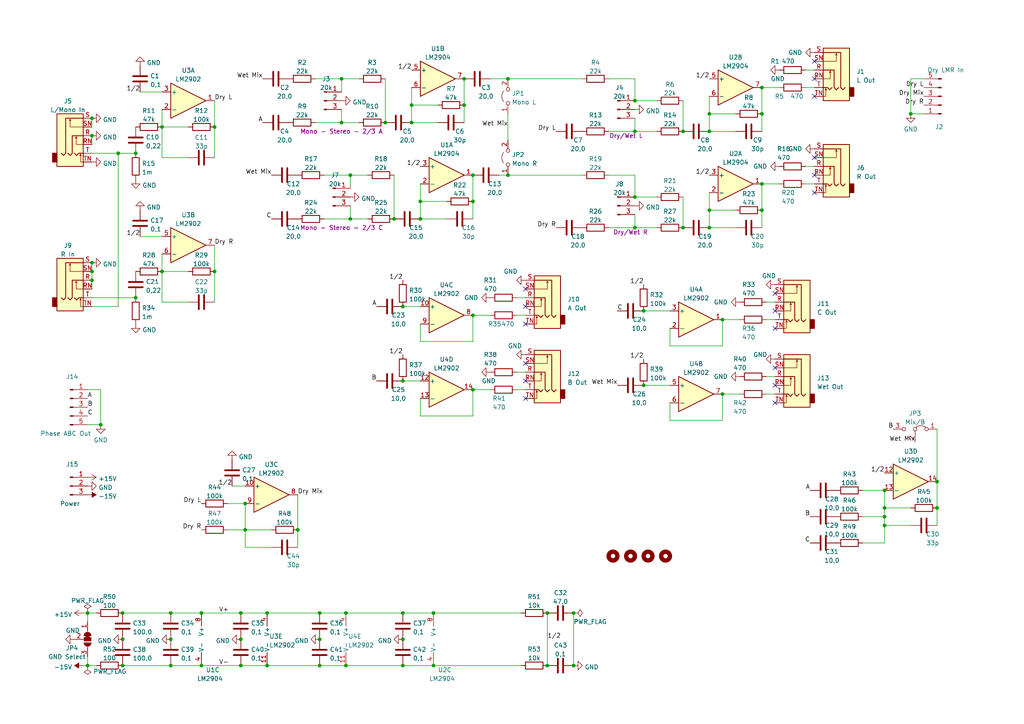
<source format=kicad_sch>
(kicad_sch (version 20211123) (generator eeschema)
  (paper "A4")
  (junction (at 116.84 185.42))
  (junction (at 116.84 193.04))
  (junction (at 26.67 78.74))
  (junction (at 184.15 38.1))
  (junction (at 99.06 35.56))
  (junction (at 35.56 177.8))
  (junction (at 137.16 50.8))
  (junction (at 49.53 193.04))
  (junction (at 264.16 33.02))
  (junction (at 158.75 177.8))
  (junction (at 92.71 193.04))
  (junction (at 69.85 185.42))
  (junction (at 205.74 66.04))
  (junction (at 184.15 57.15))
  (junction (at 271.78 139.7))
  (junction (at 46.99 78.74))
  (junction (at 198.12 66.04))
  (junction (at 77.47 193.04))
  (junction (at 111.76 35.56))
  (junction (at 26.67 76.2))
  (junction (at 69.85 193.04))
  (junction (at 25.4 177.8))
  (junction (at 39.37 44.45))
  (junction (at 166.37 193.04))
  (junction (at 121.92 58.42))
  (junction (at 205.74 33.02))
  (junction (at 116.84 88.9))
  (junction (at 205.74 60.96))
  (junction (at 137.16 91.44))
  (junction (at 100.33 193.04))
  (junction (at 34.29 44.45))
  (junction (at 271.78 147.32))
  (junction (at 49.53 185.42))
  (junction (at 58.42 177.8))
  (junction (at 71.12 146.05))
  (junction (at 25.4 193.04))
  (junction (at 137.16 113.03))
  (junction (at 158.75 193.04))
  (junction (at 35.56 193.04))
  (junction (at 125.73 177.8))
  (junction (at 137.16 58.42))
  (junction (at 86.36 153.67))
  (junction (at 256.54 147.32))
  (junction (at 220.98 60.96))
  (junction (at 26.67 81.28))
  (junction (at 184.15 29.21))
  (junction (at 116.84 177.8))
  (junction (at 101.6 63.5))
  (junction (at 184.15 66.04))
  (junction (at 220.98 33.02))
  (junction (at 116.84 110.49))
  (junction (at 209.55 114.3))
  (junction (at 71.12 153.67))
  (junction (at 58.42 193.04))
  (junction (at 92.71 185.42))
  (junction (at 220.98 25.4))
  (junction (at 205.74 38.1))
  (junction (at 125.73 193.04))
  (junction (at 39.37 86.36))
  (junction (at 49.53 177.8))
  (junction (at 147.32 22.86))
  (junction (at 186.69 90.17))
  (junction (at 69.85 177.8))
  (junction (at 26.67 39.37))
  (junction (at 134.62 30.48))
  (junction (at 46.99 36.83))
  (junction (at 119.38 30.48))
  (junction (at 62.23 78.74))
  (junction (at 114.3 63.5))
  (junction (at 220.98 53.34))
  (junction (at 121.92 63.5))
  (junction (at 147.32 50.8))
  (junction (at 256.54 152.4))
  (junction (at 134.62 22.86))
  (junction (at 92.71 177.8))
  (junction (at 186.69 111.76))
  (junction (at 166.37 177.8))
  (junction (at 256.54 149.86))
  (junction (at 35.56 185.42))
  (junction (at 209.55 92.71))
  (junction (at 62.23 36.83))
  (junction (at 101.6 50.8))
  (junction (at 29.21 123.19))
  (junction (at 256.54 142.24))
  (junction (at 100.33 177.8))
  (junction (at 119.38 35.56))
  (junction (at 198.12 38.1))
  (junction (at 77.47 177.8))
  (junction (at 26.67 34.29))
  (junction (at 99.06 22.86))
  (no_connect (at 152.4 105.41))
  (no_connect (at 236.22 45.72))
  (no_connect (at 152.4 110.49))
  (no_connect (at 224.79 116.84))
  (no_connect (at 236.22 27.94))
  (no_connect (at 152.4 83.82))
  (no_connect (at 224.79 111.76))
  (no_connect (at 236.22 55.88))
  (no_connect (at 236.22 17.78))
  (no_connect (at 236.22 22.86))
  (no_connect (at 152.4 93.98))
  (no_connect (at 224.79 106.68))
  (no_connect (at 224.79 90.17))
  (no_connect (at 236.22 50.8))
  (no_connect (at 224.79 85.09))
  (no_connect (at 224.79 95.25))
  (no_connect (at 152.4 115.57))
  (no_connect (at 152.4 88.9))
  (wire (pts (xy 46.99 31.75) (xy 46.99 36.83)))
  (wire (pts (xy 91.44 35.56) (xy 99.06 35.56)))
  (wire (pts (xy 25.4 123.19) (xy 29.21 123.19)))
  (wire (pts (xy 99.06 35.56) (xy 99.06 31.75)))
  (wire (pts (xy 46.99 73.66) (xy 46.99 78.74)))
  (wire (pts (xy 137.16 113.03) (xy 137.16 120.65)))
  (wire (pts (xy 100.33 177.8) (xy 116.84 177.8)))
  (wire (pts (xy 71.12 153.67) (xy 78.74 153.67)))
  (wire (pts (xy 54.61 45.72) (xy 46.99 45.72)))
  (wire (pts (xy 25.4 177.8) (xy 27.94 177.8)))
  (wire (pts (xy 176.53 22.86) (xy 184.15 22.86)))
  (wire (pts (xy 111.76 22.86) (xy 111.76 35.56)))
  (wire (pts (xy 194.31 116.84) (xy 194.31 121.92)))
  (wire (pts (xy 184.15 29.21) (xy 190.5 29.21)))
  (wire (pts (xy 250.19 149.86) (xy 256.54 149.86)))
  (wire (pts (xy 92.71 193.04) (xy 100.33 193.04)))
  (wire (pts (xy 142.24 22.86) (xy 147.32 22.86)))
  (wire (pts (xy 34.29 88.9) (xy 34.29 44.45)))
  (wire (pts (xy 66.04 146.05) (xy 71.12 146.05)))
  (wire (pts (xy 198.12 29.21) (xy 198.12 38.1)))
  (wire (pts (xy 71.12 158.75) (xy 71.12 153.67)))
  (wire (pts (xy 119.38 30.48) (xy 119.38 25.4)))
  (wire (pts (xy 198.12 57.15) (xy 198.12 66.04)))
  (wire (pts (xy 93.98 50.8) (xy 101.6 50.8)))
  (wire (pts (xy 256.54 147.32) (xy 256.54 142.24)))
  (wire (pts (xy 137.16 91.44) (xy 137.16 99.06)))
  (wire (pts (xy 92.71 177.8) (xy 100.33 177.8)))
  (wire (pts (xy 176.53 50.8) (xy 184.15 50.8)))
  (wire (pts (xy 49.53 193.04) (xy 58.42 193.04)))
  (wire (pts (xy 194.31 100.33) (xy 209.55 100.33)))
  (wire (pts (xy 137.16 113.03) (xy 142.24 113.03)))
  (wire (pts (xy 93.98 63.5) (xy 101.6 63.5)))
  (wire (pts (xy 250.19 142.24) (xy 256.54 142.24)))
  (wire (pts (xy 184.15 22.86) (xy 184.15 29.21)))
  (wire (pts (xy 186.69 90.17) (xy 194.31 90.17)))
  (wire (pts (xy 220.98 53.34) (xy 226.06 53.34)))
  (wire (pts (xy 101.6 54.61) (xy 101.6 50.8)))
  (wire (pts (xy 224.79 109.22) (xy 222.25 109.22)))
  (wire (pts (xy 67.31 140.97) (xy 71.12 140.97)))
  (wire (pts (xy 66.04 153.67) (xy 71.12 153.67)))
  (wire (pts (xy 147.32 50.8) (xy 144.78 50.8)))
  (wire (pts (xy 264.16 152.4) (xy 256.54 152.4)))
  (wire (pts (xy 267.97 22.86) (xy 264.16 22.86)))
  (wire (pts (xy 46.99 87.63) (xy 46.99 78.74)))
  (wire (pts (xy 25.4 113.03) (xy 29.21 113.03)))
  (wire (pts (xy 129.54 63.5) (xy 121.92 63.5)))
  (wire (pts (xy 100.33 193.04) (xy 116.84 193.04)))
  (wire (pts (xy 40.64 68.58) (xy 46.99 68.58)))
  (wire (pts (xy 137.16 50.8) (xy 137.16 58.42)))
  (wire (pts (xy 78.74 158.75) (xy 71.12 158.75)))
  (wire (pts (xy 62.23 36.83) (xy 62.23 45.72)))
  (wire (pts (xy 184.15 66.04) (xy 184.15 62.23)))
  (wire (pts (xy 209.55 92.71) (xy 209.55 100.33)))
  (wire (pts (xy 121.92 120.65) (xy 137.16 120.65)))
  (wire (pts (xy 168.91 50.8) (xy 147.32 50.8)))
  (wire (pts (xy 194.31 95.25) (xy 194.31 100.33)))
  (wire (pts (xy 34.29 44.45) (xy 39.37 44.45)))
  (wire (pts (xy 176.53 38.1) (xy 184.15 38.1)))
  (wire (pts (xy 116.84 193.04) (xy 125.73 193.04)))
  (wire (pts (xy 236.22 48.26) (xy 233.68 48.26)))
  (wire (pts (xy 256.54 152.4) (xy 256.54 149.86)))
  (wire (pts (xy 62.23 29.21) (xy 62.23 36.83)))
  (wire (pts (xy 250.19 157.48) (xy 256.54 157.48)))
  (wire (pts (xy 129.54 58.42) (xy 121.92 58.42)))
  (wire (pts (xy 205.74 38.1) (xy 205.74 33.02)))
  (wire (pts (xy 62.23 78.74) (xy 62.23 87.63)))
  (wire (pts (xy 86.36 143.51) (xy 86.36 153.67)))
  (wire (pts (xy 264.16 33.02) (xy 267.97 33.02)))
  (wire (pts (xy 26.67 78.74) (xy 26.67 81.28)))
  (wire (pts (xy 158.75 177.8) (xy 158.75 193.04)))
  (wire (pts (xy 121.92 58.42) (xy 121.92 53.34)))
  (wire (pts (xy 213.36 66.04) (xy 205.74 66.04)))
  (wire (pts (xy 62.23 71.12) (xy 62.23 78.74)))
  (wire (pts (xy 40.64 26.67) (xy 46.99 26.67)))
  (wire (pts (xy 26.67 88.9) (xy 34.29 88.9)))
  (wire (pts (xy 209.55 92.71) (xy 214.63 92.71)))
  (wire (pts (xy 256.54 147.32) (xy 264.16 147.32)))
  (wire (pts (xy 184.15 57.15) (xy 190.5 57.15)))
  (wire (pts (xy 152.4 86.36) (xy 149.86 86.36)))
  (wire (pts (xy 224.79 92.71) (xy 222.25 92.71)))
  (wire (pts (xy 25.4 193.04) (xy 27.94 193.04)))
  (wire (pts (xy 35.56 177.8) (xy 49.53 177.8)))
  (wire (pts (xy 121.92 115.57) (xy 121.92 120.65)))
  (wire (pts (xy 46.99 36.83) (xy 54.61 36.83)))
  (wire (pts (xy 26.67 76.2) (xy 26.67 78.74)))
  (wire (pts (xy 58.42 193.04) (xy 69.85 193.04)))
  (wire (pts (xy 116.84 88.9) (xy 121.92 88.9)))
  (wire (pts (xy 205.74 60.96) (xy 205.74 55.88)))
  (wire (pts (xy 220.98 33.02) (xy 220.98 38.1)))
  (wire (pts (xy 220.98 25.4) (xy 220.98 33.02)))
  (wire (pts (xy 121.92 93.98) (xy 121.92 99.06)))
  (wire (pts (xy 220.98 25.4) (xy 226.06 25.4)))
  (wire (pts (xy 264.16 22.86) (xy 264.16 33.02)))
  (wire (pts (xy 224.79 87.63) (xy 222.25 87.63)))
  (wire (pts (xy 86.36 153.67) (xy 86.36 158.75)))
  (wire (pts (xy 205.74 27.94) (xy 205.74 33.02)))
  (wire (pts (xy 184.15 50.8) (xy 184.15 57.15)))
  (wire (pts (xy 91.44 22.86) (xy 99.06 22.86)))
  (wire (pts (xy 220.98 60.96) (xy 220.98 66.04)))
  (wire (pts (xy 147.32 33.02) (xy 147.32 40.64)))
  (wire (pts (xy 119.38 35.56) (xy 119.38 30.48)))
  (wire (pts (xy 29.21 113.03) (xy 29.21 123.19)))
  (wire (pts (xy 77.47 177.8) (xy 92.71 177.8)))
  (wire (pts (xy 271.78 124.46) (xy 271.78 139.7)))
  (wire (pts (xy 205.74 66.04) (xy 205.74 60.96)))
  (wire (pts (xy 271.78 147.32) (xy 271.78 152.4)))
  (wire (pts (xy 220.98 53.34) (xy 220.98 60.96)))
  (wire (pts (xy 69.85 193.04) (xy 77.47 193.04)))
  (wire (pts (xy 134.62 30.48) (xy 134.62 35.56)))
  (wire (pts (xy 49.53 177.8) (xy 58.42 177.8)))
  (wire (pts (xy 209.55 114.3) (xy 214.63 114.3)))
  (wire (pts (xy 26.67 39.37) (xy 26.67 41.91)))
  (wire (pts (xy 114.3 50.8) (xy 114.3 63.5)))
  (wire (pts (xy 46.99 45.72) (xy 46.99 36.83)))
  (wire (pts (xy 26.67 44.45) (xy 34.29 44.45)))
  (wire (pts (xy 271.78 139.7) (xy 271.78 147.32)))
  (wire (pts (xy 25.4 190.5) (xy 25.4 193.04)))
  (wire (pts (xy 213.36 38.1) (xy 205.74 38.1)))
  (wire (pts (xy 71.12 146.05) (xy 71.12 153.67)))
  (wire (pts (xy 127 35.56) (xy 119.38 35.56)))
  (wire (pts (xy 256.54 157.48) (xy 256.54 152.4)))
  (wire (pts (xy 147.32 22.86) (xy 168.91 22.86)))
  (wire (pts (xy 152.4 91.44) (xy 149.86 91.44)))
  (wire (pts (xy 125.73 177.8) (xy 151.13 177.8)))
  (wire (pts (xy 58.42 177.8) (xy 69.85 177.8)))
  (wire (pts (xy 236.22 25.4) (xy 233.68 25.4)))
  (wire (pts (xy 35.56 193.04) (xy 49.53 193.04)))
  (wire (pts (xy 54.61 87.63) (xy 46.99 87.63)))
  (wire (pts (xy 152.4 113.03) (xy 149.86 113.03)))
  (wire (pts (xy 26.67 34.29) (xy 26.67 36.83)))
  (wire (pts (xy 24.13 193.04) (xy 25.4 193.04)))
  (wire (pts (xy 186.69 111.76) (xy 194.31 111.76)))
  (wire (pts (xy 184.15 34.29) (xy 184.15 38.1)))
  (wire (pts (xy 121.92 63.5) (xy 121.92 58.42)))
  (wire (pts (xy 26.67 86.36) (xy 39.37 86.36)))
  (wire (pts (xy 101.6 50.8) (xy 106.68 50.8)))
  (wire (pts (xy 205.74 60.96) (xy 213.36 60.96)))
  (wire (pts (xy 116.84 110.49) (xy 121.92 110.49)))
  (wire (pts (xy 256.54 149.86) (xy 256.54 147.32)))
  (wire (pts (xy 25.4 177.8) (xy 25.4 180.34)))
  (wire (pts (xy 194.31 121.92) (xy 209.55 121.92)))
  (wire (pts (xy 209.55 114.3) (xy 209.55 121.92)))
  (wire (pts (xy 190.5 66.04) (xy 184.15 66.04)))
  (wire (pts (xy 26.67 81.28) (xy 26.67 83.82)))
  (wire (pts (xy 99.06 26.67) (xy 99.06 22.86)))
  (wire (pts (xy 116.84 177.8) (xy 125.73 177.8)))
  (wire (pts (xy 24.13 177.8) (xy 25.4 177.8)))
  (wire (pts (xy 236.22 53.34) (xy 233.68 53.34)))
  (wire (pts (xy 77.47 193.04) (xy 92.71 193.04)))
  (wire (pts (xy 121.92 99.06) (xy 137.16 99.06)))
  (wire (pts (xy 127 30.48) (xy 119.38 30.48)))
  (wire (pts (xy 137.16 58.42) (xy 137.16 63.5)))
  (wire (pts (xy 137.16 91.44) (xy 142.24 91.44)))
  (wire (pts (xy 176.53 66.04) (xy 184.15 66.04)))
  (wire (pts (xy 236.22 20.32) (xy 233.68 20.32)))
  (wire (pts (xy 166.37 177.8) (xy 166.37 193.04)))
  (wire (pts (xy 104.14 35.56) (xy 99.06 35.56)))
  (wire (pts (xy 224.79 114.3) (xy 222.25 114.3)))
  (wire (pts (xy 106.68 63.5) (xy 101.6 63.5)))
  (wire (pts (xy 46.99 78.74) (xy 54.61 78.74)))
  (wire (pts (xy 134.62 22.86) (xy 134.62 30.48)))
  (wire (pts (xy 99.06 22.86) (xy 104.14 22.86)))
  (wire (pts (xy 152.4 107.95) (xy 149.86 107.95)))
  (wire (pts (xy 69.85 177.8) (xy 77.47 177.8)))
  (wire (pts (xy 205.74 33.02) (xy 213.36 33.02)))
  (wire (pts (xy 184.15 38.1) (xy 190.5 38.1)))
  (wire (pts (xy 101.6 63.5) (xy 101.6 59.69)))
  (wire (pts (xy 125.73 193.04) (xy 151.13 193.04)))
  (label "Wet Mix" (at 76.2 22.86 180))
  (label "1{slash}2" (at 119.38 20.32 180))
  (label "Dry R" (at 267.97 30.48 180))
  (label "Dry R" (at 62.23 71.12 0))
  (label "1{slash}2" (at 186.69 104.14 180))
  (label "Dry Mix" (at 86.36 143.51 0))
  (label "C" (at 25.4 120.65 0))
  (label "B" (at 259.08 124.46 180))
  (label "Wet Mix" (at 179.07 111.76 180))
  (label "1{slash}2" (at 40.64 26.67 180))
  (label "V-" (at 63.5 193.04 0))
  (label "Dry L" (at 267.97 25.4 180))
  (label "Wet Mix" (at 265.43 128.27 180))
  (label "A" (at 76.2 35.56 180))
  (label "A" (at 109.22 88.9 180))
  (label "Wet Mix" (at 78.74 50.8 180))
  (label "C" (at 179.07 90.17 0))
  (label "1{slash}2" (at 256.54 137.16 180))
  (label "Dry Mix" (at 267.97 27.94 180))
  (label "Dry L" (at 58.42 146.05 180))
  (label "1{slash}2" (at 205.74 22.86 180))
  (label "A" (at 25.4 115.57 0))
  (label "Dry R" (at 161.29 66.04 180))
  (label "1{slash}2" (at 121.92 48.26 180))
  (label "1{slash}2" (at 205.74 50.8 180))
  (label "1{slash}2" (at 116.84 81.28 180))
  (label "C" (at 234.95 157.48 180))
  (label "B" (at 25.4 118.11 0))
  (label "Wet Mix" (at 147.32 36.83 180))
  (label "1{slash}2" (at 40.64 68.58 180))
  (label "V+" (at 63.5 177.8 0))
  (label "B" (at 109.22 110.49 180))
  (label "Dry R" (at 58.42 153.67 180))
  (label "1{slash}2" (at 116.84 102.87 180))
  (label "1{slash}2" (at 67.31 140.97 180))
  (label "Dry L" (at 161.29 38.1 180))
  (label "A" (at 234.95 142.24 180))
  (label "B" (at 234.95 149.86 180))
  (label "C" (at 78.74 63.5 180))
  (label "Dry L" (at 62.23 29.21 0))
  (label "1{slash}2" (at 158.75 185.42 0))
  (label "1{slash}2" (at 186.69 82.55 180))
  (symbol (lib_id "Device:R") (at 194.31 66.04 90) (unit 1)
    (property "Reference" "R27" (at 194.31 61.3242 90))
    (property "Value" "22k" (at 194.31 63.8611 90))
    (property "Footprint" "Resistor_SMD:R_1206_3216Metric_Pad1.30x1.75mm_HandSolder" (effects hide))
  )
  (symbol (lib_id "power:GND") (at 226.06 48.26 270) (unit 1)
    (property "Reference" "#PWR0120" (effects hide))
    (property "Value" "GND" (at 218.44 48.26 90) (effects (justify left)))
  )
  (symbol (lib_id "Amplifier_Operational:LM2902") (at 201.93 114.3 0) (unit 2)
    (property "Reference" "U4" (at 201.93 105.5202 0))
    (property "Value" "LM2902" (at 201.93 108.0571 0))
    (property "Footprint" "Package_DIP:DIP-14_W7.62mm" (effects hide))
    (property "Datasheet" "http://www.ti.com/lit/ds/symlink/lm2902-n.pdf" (effects hide))
  )
  (symbol (lib_id "Device:C") (at 138.43 22.86 90) (unit 1)
    (property "Reference" "C3" (at 140.97 25.4 90))
    (property "Value" "20,0" (at 140.97 27.94 90))
    (property "Footprint" "Capacitor_SMD:C_1206_3216Metric_Pad1.33x1.80mm_HandSolder" (effects hide))
  )
  (symbol (lib_id "Device:R") (at 146.05 113.03 90) (unit 1)
    (property "Reference" "R41" (at 144.78 115.57 90))
    (property "Value" "470" (at 144.78 118.11 90))
    (property "Footprint" "Resistor_SMD:R_1206_3216Metric_Pad1.30x1.75mm_HandSolder" (effects hide))
  )
  (symbol (lib_id "Device:R") (at 194.31 38.1 90) (unit 1)
    (property "Reference" "R14" (at 194.31 33.3842 90))
    (property "Value" "22k" (at 194.31 35.9211 90))
    (property "Footprint" "Resistor_SMD:R_1206_3216Metric_Pad1.30x1.75mm_HandSolder" (effects hide))
  )
  (symbol (lib_id "Amplifier_Operational:LM2902") (at 102.87 185.42 0) (unit 5)
    (property "Reference" "U4" (at 100.965 184.5853 0) (effects (justify left)))
    (property "Value" "LM2902" (at 100.965 187.1222 0) (effects (justify left)))
    (property "Footprint" "Package_DIP:DIP-14_W7.62mm" (effects hide))
    (property "Datasheet" "http://www.ti.com/lit/ds/symlink/lm2902-n.pdf" (effects hide))
  )
  (symbol (lib_id "Connector:AudioJack3_Switch") (at 157.48 107.95 0) (mirror y) (unit 1)
    (property "Reference" "J12" (at 164.592 108.3853 0) (effects (justify right)))
    (property "Value" "B Out" (at 164.592 110.9222 0) (effects (justify right)))
    (property "Footprint" "Connector_Audio:Jack_6.35mm_Neutrik_NMJ6HCD2_Horizontal" (effects hide))
  )
  (symbol (lib_id "Connector:Conn_01x05_Male") (at 273.05 27.94 180) (unit 1)
    (property "Reference" "J2" (at 272.415 36.796 0))
    (property "Value" "Dry LMR In" (at 274.32 20.32 0))
    (property "Footprint" "Connector_PinHeader_2.54mm:PinHeader_1x05_P2.54mm_Vertical" (effects hide))
  )
  (symbol (lib_id "Jumper:SolderJumper_3_Bridged12") (at 25.4 185.42 270) (unit 1)
    (property "Reference" "JP4" (at 19.05 187.96 90) (effects (justify left)))
    (property "Value" "GND Select" (at 13.97 190.5 90) (effects (justify left)))
    (property "Footprint" "Connector_PinHeader_2.54mm:PinHeader_1x03_P2.54mm_Vertical" (effects hide))
  )
  (symbol (lib_id "Device:C") (at 267.97 152.4 90) (unit 1)
    (property "Reference" "C30" (at 270.51 154.94 90))
    (property "Value" "33p" (at 270.51 157.48 90))
    (property "Footprint" "Capacitor_THT:C_Disc_D5.0mm_W2.5mm_P2.50mm" (effects hide))
  )
  (symbol (lib_id "Device:R") (at 110.49 63.5 90) (unit 1)
    (property "Reference" "R25" (at 110.49 58.7842 90))
    (property "Value" "22k" (at 110.49 61.3211 90))
    (property "Footprint" "Resistor_SMD:R_1206_3216Metric_Pad1.30x1.75mm_HandSolder" (effects hide))
  )
  (symbol (lib_id "Device:R") (at 218.44 92.71 90) (unit 1)
    (property "Reference" "R36" (at 217.17 95.25 90))
    (property "Value" "470" (at 217.17 97.79 90))
    (property "Footprint" "Resistor_SMD:R_1206_3216Metric_Pad1.30x1.75mm_HandSolder" (effects hide))
  )
  (symbol (lib_id "Device:R") (at 229.87 53.34 90) (unit 1)
    (property "Reference" "R20" (at 228.6 55.88 90))
    (property "Value" "470" (at 228.6 58.42 90))
    (property "Footprint" "Resistor_SMD:R_1206_3216Metric_Pad1.30x1.75mm_HandSolder" (effects hide))
  )
  (symbol (lib_id "Device:C") (at 58.42 87.63 90) (unit 1)
    (property "Reference" "C22" (at 58.42 81.7712 90))
    (property "Value" "33p" (at 58.42 84.3081 90))
    (property "Footprint" "Capacitor_THT:C_Disc_D5.0mm_W2.5mm_P2.50mm" (effects hide))
  )
  (symbol (lib_id "Device:R") (at 39.37 48.26 180) (unit 1)
    (property "Reference" "R15" (at 41.148 47.4253 0) (effects (justify right)))
    (property "Value" "1m" (at 41.148 49.9622 0) (effects (justify right)))
    (property "Footprint" "Resistor_SMD:R_1206_3216Metric_Pad1.30x1.75mm_HandSolder" (effects hide))
  )
  (symbol (lib_id "Device:R") (at 87.63 35.56 90) (unit 1)
    (property "Reference" "R9" (at 87.63 30.8442 90))
    (property "Value" "22k" (at 87.63 33.3811 90))
    (property "Footprint" "Resistor_SMD:R_1206_3216Metric_Pad1.30x1.75mm_HandSolder" (effects hide))
  )
  (symbol (lib_id "Connector:Conn_01x03_Male") (at 96.52 57.15 0) (unit 1)
    (property "Reference" "J7" (at 97.155 50.834 0))
    (property "Value" "20k" (at 97.155 53.3709 0))
    (property "Footprint" "Connector_PinHeader_2.54mm:PinHeader_1x03_P2.54mm_Vertical" (effects hide))
    (property "Label" "Mono - Stereo - 2/3 C" (at 99.06 66.04 0))
  )
  (symbol (lib_id "Device:R") (at 130.81 30.48 90) (unit 1)
    (property "Reference" "R7" (at 130.81 25.7642 90))
    (property "Value" "47k" (at 130.81 28.3011 90))
    (property "Footprint" "Resistor_SMD:R_1206_3216Metric_Pad1.30x1.75mm_HandSolder" (effects hide))
  )
  (symbol (lib_id "power:GND") (at 26.67 46.99 90) (unit 1)
    (property "Reference" "#PWR0109" (effects hide))
    (property "Value" "GND" (at 29.845 47.4238 90) (effects (justify right)))
  )
  (symbol (lib_id "Device:R") (at 58.42 36.83 90) (unit 1)
    (property "Reference" "R12" (at 58.42 32.1142 90))
    (property "Value" "100k" (at 58.42 34.6511 90))
    (property "Footprint" "Resistor_SMD:R_1206_3216Metric_Pad1.30x1.75mm_HandSolder" (effects hide))
  )
  (symbol (lib_id "Mechanical:MountingHole") (at 187.96 161.29 0) (unit 1)
    (property "Reference" "H3" (effects hide))
    (property "Value" "MountingHole" (effects hide))
    (property "Footprint" "MountingHole:MountingHole_3.2mm_M3" (effects hide))
  )
  (symbol (lib_id "Amplifier_Operational:LM2902") (at 78.74 143.51 0) (unit 3)
    (property "Reference" "U3" (at 78.74 134.7302 0))
    (property "Value" "LM2902" (at 78.74 137.2671 0))
    (property "Footprint" "Package_DIP:DIP-14_W7.62mm" (effects hide))
    (property "Datasheet" "http://www.ti.com/lit/ds/symlink/lm2902-n.pdf" (effects hide))
  )
  (symbol (lib_id "power:GND") (at 264.16 33.02 0) (unit 1)
    (property "Reference" "#PWR0119" (effects hide))
    (property "Value" "GND" (at 264.16 37.4634 0))
  )
  (symbol (lib_id "Amplifier_Operational:LM2904") (at 213.36 53.34 0) (unit 1)
    (property "Reference" "U2" (at 213.36 44.5602 0))
    (property "Value" "LM2904" (at 213.36 47.0971 0))
    (property "Footprint" "Package_DIP:DIP-8_W7.62mm" (effects hide))
    (property "Datasheet" "http://www.ti.com/lit/ds/symlink/lm358.pdf" (effects hide))
  )
  (symbol (lib_id "power:PWR_FLAG") (at 25.4 177.8 0) (unit 1)
    (property "Reference" "#FLG0102" (effects hide))
    (property "Value" "PWR_FLAG" (at 25.4 174.2242 0))
  )
  (symbol (lib_id "Device:C") (at 35.56 181.61 0) (unit 1)
    (property "Reference" "C33" (at 38.481 180.7753 0) (effects (justify left)))
    (property "Value" "100,0" (at 38.481 183.3122 0) (effects (justify left)))
    (property "Footprint" "Capacitor_SMD:C_Elec_6.3x5.8" (effects hide))
  )
  (symbol (lib_id "power:GND") (at 40.64 19.05 180) (unit 1)
    (property "Reference" "#PWR0101" (effects hide))
    (property "Value" "GND" (at 42.545 18.2138 0) (effects (justify right)))
  )
  (symbol (lib_id "Device:C") (at 217.17 38.1 90) (unit 1)
    (property "Reference" "C9" (at 219.71 40.64 90))
    (property "Value" "30p" (at 219.71 43.18 90))
    (property "Footprint" "Capacitor_THT:C_Disc_D5.0mm_W2.5mm_P2.50mm" (effects hide))
  )
  (symbol (lib_id "Device:C") (at 67.31 137.16 0) (unit 1)
    (property "Reference" "C27" (at 70.231 136.3253 0) (effects (justify left)))
    (property "Value" "0,1" (at 70.231 138.8622 0) (effects (justify left)))
    (property "Footprint" "Capacitor_SMD:C_1206_3216Metric_Pad1.33x1.80mm_HandSolder" (effects hide))
  )
  (symbol (lib_id "Jumper:Jumper_2_Open") (at 147.32 27.94 90) (unit 1)
    (property "Reference" "JP1" (at 148.463 27.1053 90) (effects (justify right)))
    (property "Value" "Mono L" (at 148.463 29.6422 90) (effects (justify right)))
    (property "Footprint" "Connector_PinHeader_2.54mm:PinHeader_1x02_P2.54mm_Vertical" (effects hide))
  )
  (symbol (lib_id "power:GND") (at 25.4 140.97 90) (unit 1)
    (property "Reference" "#PWR0128" (effects hide))
    (property "Value" "GND" (at 28.575 141.4038 90) (effects (justify right)))
  )
  (symbol (lib_id "Connector:AudioJack3_Switch") (at 241.3 20.32 0) (mirror y) (unit 1)
    (property "Reference" "J1" (at 248.412 20.7553 0) (effects (justify right)))
    (property "Value" "L Out" (at 248.412 23.2922 0) (effects (justify right)))
    (property "Footprint" "Connector_Audio:Jack_6.35mm_Neutrik_NMJ6HCD2_Horizontal" (effects hide))
  )
  (symbol (lib_id "Connector:AudioJack3_Switch") (at 157.48 86.36 0) (mirror y) (unit 1)
    (property "Reference" "J10" (at 164.592 86.7953 0) (effects (justify right)))
    (property "Value" "A Out" (at 164.592 89.3322 0) (effects (justify right)))
    (property "Footprint" "Connector_Audio:Jack_6.35mm_Neutrik_NMJ6HCD2_Horizontal" (effects hide))
  )
  (symbol (lib_id "Device:C") (at 182.88 90.17 90) (unit 1)
    (property "Reference" "C24" (at 185.42 92.71 90))
    (property "Value" "10,0" (at 185.42 95.25 90))
    (property "Footprint" "Capacitor_SMD:C_0805_2012Metric_Pad1.18x1.45mm_HandSolder" (effects hide))
  )
  (symbol (lib_id "Device:C") (at 133.35 63.5 90) (unit 1)
    (property "Reference" "C16" (at 135.89 66.04 90))
    (property "Value" "30p" (at 135.89 68.58 90))
    (property "Footprint" "Capacitor_THT:C_Disc_D5.0mm_W2.5mm_P2.50mm" (effects hide))
  )
  (symbol (lib_id "Device:R") (at 90.17 50.8 90) (unit 1)
    (property "Reference" "R17" (at 90.17 46.0842 90))
    (property "Value" "22k" (at 90.17 48.6211 90))
    (property "Footprint" "Resistor_SMD:R_1206_3216Metric_Pad1.30x1.75mm_HandSolder" (effects hide))
  )
  (symbol (lib_id "Device:C") (at 40.64 64.77 0) (unit 1)
    (property "Reference" "C17" (at 43.561 63.9353 0) (effects (justify left)))
    (property "Value" "0,1" (at 43.561 66.4722 0) (effects (justify left)))
    (property "Footprint" "Capacitor_SMD:C_1206_3216Metric_Pad1.33x1.80mm_HandSolder" (effects hide))
  )
  (symbol (lib_id "Device:R") (at 217.17 33.02 90) (unit 1)
    (property "Reference" "R8" (at 217.17 28.3042 90))
    (property "Value" "47k" (at 217.17 30.8411 90))
    (property "Footprint" "Resistor_SMD:R_1206_3216Metric_Pad1.30x1.75mm_HandSolder" (effects hide))
  )
  (symbol (lib_id "Device:C") (at 118.11 63.5 90) (unit 1)
    (property "Reference" "C15" (at 120.65 66.04 90))
    (property "Value" "20,0" (at 120.65 68.58 90))
    (property "Footprint" "Capacitor_SMD:C_1206_3216Metric_Pad1.33x1.80mm_HandSolder" (effects hide))
  )
  (symbol (lib_id "Device:C") (at 69.85 189.23 0) (unit 1)
    (property "Reference" "C40" (at 72.771 188.3953 0) (effects (justify left)))
    (property "Value" "0,1" (at 72.771 190.9322 0) (effects (justify left)))
    (property "Footprint" "Capacitor_SMD:C_1206_3216Metric_Pad1.33x1.80mm_HandSolder" (effects hide))
  )
  (symbol (lib_id "Device:R") (at 229.87 25.4 90) (unit 1)
    (property "Reference" "R5" (at 226.06 27.94 90))
    (property "Value" "470" (at 231.14 27.94 90))
    (property "Footprint" "Resistor_SMD:R_1206_3216Metric_Pad1.30x1.75mm_HandSolder" (effects hide))
  )
  (symbol (lib_id "Device:R") (at 39.37 90.17 180) (unit 1)
    (property "Reference" "R34" (at 41.148 89.3353 0) (effects (justify right)))
    (property "Value" "1m" (at 41.148 91.8722 0) (effects (justify right)))
    (property "Footprint" "Resistor_SMD:R_1206_3216Metric_Pad1.30x1.75mm_HandSolder" (effects hide))
  )
  (symbol (lib_id "Connector:Conn_01x03_Male") (at 93.98 29.21 0) (unit 1)
    (property "Reference" "J3" (at 94.615 22.894 0))
    (property "Value" "20k" (at 94.615 25.4309 0))
    (property "Footprint" "Connector_PinHeader_2.54mm:PinHeader_1x03_P2.54mm_Vertical" (effects hide))
    (property "Label" "Mono - Stereo - 2/3 A" (at 99.06 38.1 0))
  )
  (symbol (lib_id "power:+15V") (at 24.13 177.8 90) (unit 1)
    (property "Reference" "#PWR0132" (effects hide))
    (property "Value" "+15V" (at 20.955 178.2338 90) (effects (justify left)))
  )
  (symbol (lib_id "Device:C") (at 82.55 158.75 90) (unit 1)
    (property "Reference" "C44" (at 85.09 161.29 90))
    (property "Value" "30p" (at 85.09 163.83 90))
    (property "Footprint" "Capacitor_THT:C_Disc_D5.0mm_W2.5mm_P2.50mm" (effects hide))
  )
  (symbol (lib_id "Device:C") (at 35.56 189.23 0) (unit 1)
    (property "Reference" "C38" (at 38.481 188.3953 0) (effects (justify left)))
    (property "Value" "100,0" (at 38.481 190.9322 0) (effects (justify left)))
    (property "Footprint" "Capacitor_SMD:C_Elec_6.3x5.8" (effects hide))
  )
  (symbol (lib_id "power:GND") (at 26.67 39.37 90) (unit 1)
    (property "Reference" "#PWR0103" (effects hide))
    (property "Value" "GND" (at 29.845 39.8038 90) (effects (justify right)))
  )
  (symbol (lib_id "power:PWR_FLAG") (at 25.4 193.04 180) (unit 1)
    (property "Reference" "#FLG0101" (effects hide))
    (property "Value" "PWR_FLAG" (at 27.051 194.7438 0) (effects (justify right)))
  )
  (symbol (lib_id "Device:R") (at 229.87 48.26 90) (unit 1)
    (property "Reference" "R16" (at 227.33 43.18 90))
    (property "Value" "470" (at 227.33 45.72 90))
    (property "Footprint" "Resistor_SMD:R_1206_3216Metric_Pad1.30x1.75mm_HandSolder" (effects hide))
  )
  (symbol (lib_id "Device:R") (at 246.38 142.24 90) (unit 1)
    (property "Reference" "R43" (at 246.38 137.5242 90))
    (property "Value" "100k" (at 246.38 140.0611 90))
    (property "Footprint" "Resistor_SMD:R_1206_3216Metric_Pad1.30x1.75mm_HandSolder" (effects hide))
  )
  (symbol (lib_id "power:GND") (at 101.6 57.15 90) (unit 1)
    (property "Reference" "#PWR0105" (effects hide))
    (property "Value" "GND" (at 104.775 57.5838 90) (effects (justify right)))
  )
  (symbol (lib_id "Device:R") (at 194.31 57.15 90) (unit 1)
    (property "Reference" "R21" (at 194.31 52.4342 90))
    (property "Value" "22k" (at 194.31 54.9711 90))
    (property "Footprint" "Resistor_SMD:R_1206_3216Metric_Pad1.30x1.75mm_HandSolder" (effects hide))
  )
  (symbol (lib_id "power:GND") (at 184.15 31.75 90) (unit 1)
    (property "Reference" "#PWR0115" (effects hide))
    (property "Value" "GND" (at 187.325 32.1838 90) (effects (justify right)))
  )
  (symbol (lib_id "Jumper:Jumper_2_Open") (at 147.32 45.72 90) (unit 1)
    (property "Reference" "JP2" (at 148.463 44.8853 90) (effects (justify right)))
    (property "Value" "Mono R" (at 148.463 47.4222 90) (effects (justify right)))
    (property "Footprint" "Connector_PinHeader_2.54mm:PinHeader_1x02_P2.54mm_Vertical" (effects hide))
  )
  (symbol (lib_id "power:-15V") (at 24.13 193.04 90) (unit 1)
    (property "Reference" "#PWR0131" (effects hide))
    (property "Value" "-15V" (at 20.955 193.4738 90) (effects (justify left)))
  )
  (symbol (lib_id "Device:C") (at 162.56 177.8 90) (unit 1)
    (property "Reference" "C32" (at 162.56 171.9412 90))
    (property "Value" "47,0" (at 162.56 174.4781 90))
    (property "Footprint" "Capacitor_SMD:C_Elec_6.3x5.8" (effects hide))
  )
  (symbol (lib_id "power:GND") (at 35.56 185.42 270) (unit 1)
    (property "Reference" "#PWR0134" (effects hide))
    (property "Value" "GND" (at 32.3851 185.8538 90) (effects (justify right)))
  )
  (symbol (lib_id "Device:R") (at 43.18 78.74 90) (unit 1)
    (property "Reference" "R28" (at 43.18 74.0242 90))
    (property "Value" "47k" (at 43.18 76.5611 90))
    (property "Footprint" "Resistor_SMD:R_1206_3216Metric_Pad1.30x1.75mm_HandSolder" (effects hide))
  )
  (symbol (lib_id "Device:C") (at 116.84 181.61 0) (unit 1)
    (property "Reference" "C37" (at 119.761 180.7753 0) (effects (justify left)))
    (property "Value" "0,1" (at 119.761 183.3122 0) (effects (justify left)))
    (property "Footprint" "Capacitor_SMD:C_1206_3216Metric_Pad1.33x1.80mm_HandSolder" (effects hide))
  )
  (symbol (lib_id "Device:R") (at 82.55 153.67 90) (unit 1)
    (property "Reference" "R48" (at 82.55 148.9542 90))
    (property "Value" "100k" (at 82.55 151.4911 90))
    (property "Footprint" "Resistor_SMD:R_1206_3216Metric_Pad1.30x1.75mm_HandSolder" (effects hide))
  )
  (symbol (lib_id "Device:R") (at 87.63 22.86 90) (unit 1)
    (property "Reference" "R2" (at 87.63 18.1442 90))
    (property "Value" "22k" (at 87.63 20.6811 90))
    (property "Footprint" "Resistor_SMD:R_1206_3216Metric_Pad1.30x1.75mm_HandSolder" (effects hide))
  )
  (symbol (lib_id "power:GND") (at 67.31 133.35 180) (unit 1)
    (property "Reference" "#PWR0136" (effects hide))
    (property "Value" "GND" (at 69.215 132.5138 0) (effects (justify right)))
  )
  (symbol (lib_id "power:GND") (at 39.37 52.07 0) (unit 1)
    (property "Reference" "#PWR0111" (effects hide))
    (property "Value" "GND" (at 41.275 53.7738 0) (effects (justify left)))
  )
  (symbol (lib_id "Device:R") (at 246.38 149.86 90) (unit 1)
    (property "Reference" "R46" (at 246.38 145.1442 90))
    (property "Value" "100k" (at 246.38 147.6811 90))
    (property "Footprint" "Resistor_SMD:R_1206_3216Metric_Pad1.30x1.75mm_HandSolder" (effects hide))
  )
  (symbol (lib_id "power:PWR_FLAG") (at 166.37 177.8 270) (unit 1)
    (property "Reference" "#FLG0103" (effects hide))
    (property "Value" "PWR_FLAG" (at 166.37 180.34 90) (effects (justify left)))
  )
  (symbol (lib_id "Device:C") (at 140.97 50.8 90) (unit 1)
    (property "Reference" "C13" (at 143.51 53.34 90))
    (property "Value" "20,0" (at 143.51 55.88 90))
    (property "Footprint" "Capacitor_SMD:C_1206_3216Metric_Pad1.33x1.80mm_HandSolder" (effects hide))
  )
  (symbol (lib_id "Device:C") (at 201.93 38.1 90) (unit 1)
    (property "Reference" "C8" (at 204.47 40.64 90))
    (property "Value" "20,0" (at 204.47 43.18 90))
    (property "Footprint" "Capacitor_SMD:C_1206_3216Metric_Pad1.33x1.80mm_HandSolder" (effects hide))
  )
  (symbol (lib_id "Device:C") (at 82.55 50.8 90) (unit 1)
    (property "Reference" "C12" (at 85.09 53.34 90))
    (property "Value" "20,0" (at 85.09 55.88 90))
    (property "Footprint" "Capacitor_SMD:C_1206_3216Metric_Pad1.33x1.80mm_HandSolder" (effects hide))
  )
  (symbol (lib_id "Device:C") (at 69.85 181.61 0) (unit 1)
    (property "Reference" "C35" (at 72.771 180.7753 0) (effects (justify left)))
    (property "Value" "0,1" (at 72.771 183.3122 0) (effects (justify left)))
    (property "Footprint" "Capacitor_SMD:C_1206_3216Metric_Pad1.33x1.80mm_HandSolder" (effects hide))
  )
  (symbol (lib_id "Device:R") (at 62.23 146.05 90) (unit 1)
    (property "Reference" "R44" (at 62.23 141.3342 90))
    (property "Value" "100k" (at 62.23 143.8711 90))
    (property "Footprint" "Resistor_SMD:R_1206_3216Metric_Pad1.30x1.75mm_HandSolder" (effects hide))
  )
  (symbol (lib_id "power:GND") (at 152.4 81.28 270) (unit 1)
    (property "Reference" "#PWR0107" (effects hide))
    (property "Value" "GND" (at 146.05 78.74 90) (effects (justify left)))
  )
  (symbol (lib_id "Connector:Conn_01x05_Male") (at 20.32 118.11 0) (unit 1)
    (property "Reference" "J14" (at 20.955 109.254 0))
    (property "Value" "Phase ABC Out" (at 19.05 125.73 0))
    (property "Footprint" "Connector_PinHeader_2.54mm:PinHeader_1x05_P2.54mm_Vertical" (effects hide))
  )
  (symbol (lib_id "Device:R") (at 116.84 106.68 180) (unit 1)
    (property "Reference" "R37" (at 118.618 105.8453 0) (effects (justify right)))
    (property "Value" "100k" (at 118.618 108.3822 0) (effects (justify right)))
    (property "Footprint" "Resistor_SMD:R_1206_3216Metric_Pad1.30x1.75mm_HandSolder" (effects hide))
  )
  (symbol (lib_id "power:GND") (at 99.06 29.21 90) (unit 1)
    (property "Reference" "#PWR0104" (effects hide))
    (property "Value" "GND" (at 102.235 29.6438 90) (effects (justify right)))
  )
  (symbol (lib_id "Device:R") (at 172.72 38.1 90) (unit 1)
    (property "Reference" "R13" (at 172.72 33.3842 90))
    (property "Value" "22k" (at 172.72 35.9211 90))
    (property "Footprint" "Resistor_SMD:R_1206_3216Metric_Pad1.30x1.75mm_HandSolder" (effects hide))
  )
  (symbol (lib_id "Device:R") (at 43.18 36.83 90) (unit 1)
    (property "Reference" "R11" (at 43.18 32.1142 90))
    (property "Value" "47k" (at 43.18 34.6511 90))
    (property "Footprint" "Resistor_SMD:R_1206_3216Metric_Pad1.30x1.75mm_HandSolder" (effects hide))
  )
  (symbol (lib_id "Device:C") (at 182.88 111.76 90) (unit 1)
    (property "Reference" "C26" (at 185.42 114.3 90))
    (property "Value" "10,0" (at 185.42 116.84 90))
    (property "Footprint" "Capacitor_SMD:C_0805_2012Metric_Pad1.18x1.45mm_HandSolder" (effects hide))
  )
  (symbol (lib_id "power:GND") (at 152.4 102.87 270) (unit 1)
    (property "Reference" "#PWR0124" (effects hide))
    (property "Value" "GND" (at 147.32 100.33 90) (effects (justify left)))
  )
  (symbol (lib_id "Connector:Conn_01x03_Male") (at 20.32 140.97 0) (unit 1)
    (property "Reference" "J15" (at 20.955 134.654 0))
    (property "Value" "Power" (at 20.32 146.05 0))
    (property "Footprint" "Connector_PinHeader_2.54mm:PinHeader_1x03_P2.54mm_Vertical" (effects hide))
  )
  (symbol (lib_id "power:+15V") (at 25.4 138.43 270) (unit 1)
    (property "Reference" "#PWR0125" (effects hide))
    (property "Value" "+15V" (at 28.575 138.8638 90) (effects (justify left)))
  )
  (symbol (lib_id "Device:C") (at 201.93 66.04 90) (unit 1)
    (property "Reference" "C19" (at 204.47 68.58 90))
    (property "Value" "20,0" (at 204.47 71.12 90))
    (property "Footprint" "Capacitor_SMD:C_1206_3216Metric_Pad1.33x1.80mm_HandSolder" (effects hide))
  )
  (symbol (lib_id "Connector:AudioJack3_Switch") (at 21.59 81.28 0) (unit 1)
    (property "Reference" "J9" (at 19.685 71.2302 0))
    (property "Value" "R In" (at 19.685 73.7671 0))
    (property "Footprint" "Connector_Audio:Jack_6.35mm_Neutrik_NMJ6HCD2_Horizontal" (effects hide))
  )
  (symbol (lib_id "Connector:AudioJack3_Switch") (at 229.87 109.22 0) (mirror y) (unit 1)
    (property "Reference" "J13" (at 236.982 109.6553 0) (effects (justify right)))
    (property "Value" "Wet Out" (at 236.982 112.1922 0) (effects (justify right)))
    (property "Footprint" "Connector_Audio:Jack_6.35mm_Neutrik_NMJ6HCD2_Horizontal" (effects hide))
  )
  (symbol (lib_id "power:GND") (at 142.24 86.36 270) (unit 1)
    (property "Reference" "#PWR0106" (effects hide))
    (property "Value" "GND" (at 134.62 86.36 90) (effects (justify left)))
  )
  (symbol (lib_id "Device:C") (at 116.84 189.23 0) (unit 1)
    (property "Reference" "C42" (at 119.761 188.3953 0) (effects (justify left)))
    (property "Value" "0,1" (at 119.761 190.9322 0) (effects (justify left)))
    (property "Footprint" "Capacitor_SMD:C_1206_3216Metric_Pad1.33x1.80mm_HandSolder" (effects hide))
  )
  (symbol (lib_id "power:GND") (at 69.85 185.42 270) (unit 1)
    (property "Reference" "#PWR0137" (effects hide))
    (property "Value" "GND" (at 66.6751 185.8538 90) (effects (justify right)))
  )
  (symbol (lib_id "Device:C") (at 40.64 22.86 0) (unit 1)
    (property "Reference" "C1" (at 43.561 22.0253 0) (effects (justify left)))
    (property "Value" "0,1" (at 43.561 24.5622 0) (effects (justify left)))
    (property "Footprint" "Capacitor_SMD:C_1206_3216Metric_Pad1.33x1.80mm_HandSolder" (effects hide))
  )
  (symbol (lib_id "Connector:Conn_01x03_Male") (at 179.07 59.69 0) (unit 1)
    (property "Reference" "J8" (at 179.705 53.374 0))
    (property "Value" "20k" (at 179.705 55.9109 0))
    (property "Footprint" "Connector_PinHeader_2.54mm:PinHeader_1x03_P2.54mm_Vertical" (effects hide))
    (property "Label" "Dry/Wet R" (at 182.88 67.31 0))
  )
  (symbol (lib_id "Device:C") (at 49.53 189.23 0) (unit 1)
    (property "Reference" "C39" (at 52.451 188.3953 0) (effects (justify left)))
    (property "Value" "0,1" (at 52.451 190.9322 0) (effects (justify left)))
    (property "Footprint" "Capacitor_SMD:C_1206_3216Metric_Pad1.33x1.80mm_HandSolder" (effects hide))
  )
  (symbol (lib_id "Device:R") (at 172.72 66.04 90) (unit 1)
    (property "Reference" "R26" (at 172.72 61.3242 90))
    (property "Value" "22k" (at 172.72 63.8611 90))
    (property "Footprint" "Resistor_SMD:R_1206_3216Metric_Pad1.30x1.75mm_HandSolder" (effects hide))
  )
  (symbol (lib_id "power:GND") (at 226.06 20.32 270) (unit 1)
    (property "Reference" "#PWR0117" (effects hide))
    (property "Value" "GND" (at 223.52 22.86 90) (effects (justify left)))
  )
  (symbol (lib_id "Device:R") (at 218.44 114.3 90) (unit 1)
    (property "Reference" "R42" (at 214.63 116.84 90))
    (property "Value" "470" (at 214.63 119.38 90))
    (property "Footprint" "Resistor_SMD:R_1206_3216Metric_Pad1.30x1.75mm_HandSolder" (effects hide))
  )
  (symbol (lib_id "Device:C") (at 39.37 40.64 0) (unit 1)
    (property "Reference" "C10" (at 42.291 39.8053 0) (effects (justify left)))
    (property "Value" "0,22" (at 42.291 42.3422 0) (effects (justify left)))
    (property "Footprint" "Capacitor_SMD:C_0805_2012Metric_Pad1.18x1.45mm_HandSolder" (effects hide))
  )
  (symbol (lib_id "Device:R") (at 246.38 157.48 90) (unit 1)
    (property "Reference" "R49" (at 246.38 152.7642 90))
    (property "Value" "100k" (at 246.38 155.3011 90))
    (property "Footprint" "Resistor_SMD:R_1206_3216Metric_Pad1.30x1.75mm_HandSolder" (effects hide))
  )
  (symbol (lib_id "Device:C") (at 49.53 181.61 0) (unit 1)
    (property "Reference" "C34" (at 52.451 180.7753 0) (effects (justify left)))
    (property "Value" "0,1" (at 52.451 183.3122 0) (effects (justify left)))
    (property "Footprint" "Capacitor_SMD:C_1206_3216Metric_Pad1.33x1.80mm_HandSolder" (effects hide))
  )
  (symbol (lib_id "Jumper:Jumper_3_Bridged12") (at 265.43 124.46 0) (mirror y) (unit 1)
    (property "Reference" "JP3" (at 265.43 119.896 0))
    (property "Value" "Mix/B" (at 265.43 122.4329 0))
    (property "Footprint" "Connector_PinHeader_2.54mm:PinHeader_1x03_P2.54mm_Vertical" (effects hide))
  )
  (symbol (lib_id "Device:R") (at 267.97 147.32 90) (unit 1)
    (property "Reference" "R45" (at 267.97 142.6042 90))
    (property "Value" "100k" (at 267.97 145.1411 90))
    (property "Footprint" "Resistor_SMD:R_1206_3216Metric_Pad1.30x1.75mm_HandSolder" (effects hide))
  )
  (symbol (lib_id "power:GND") (at 236.22 15.24 270) (unit 1)
    (property "Reference" "#PWR0116" (effects hide))
    (property "Value" "GND" (at 228.6 15.24 90) (effects (justify left)))
  )
  (symbol (lib_id "Device:C") (at 80.01 35.56 90) (unit 1)
    (property "Reference" "C4" (at 82.55 38.1 90))
    (property "Value" "20,0" (at 82.55 40.64 90))
    (property "Footprint" "Capacitor_SMD:C_1206_3216Metric_Pad1.33x1.80mm_HandSolder" (effects hide))
  )
  (symbol (lib_id "Device:C") (at 162.56 193.04 90) (unit 1)
    (property "Reference" "C43" (at 162.56 187.1812 90))
    (property "Value" "0,1" (at 162.56 189.7181 90))
    (property "Footprint" "Capacitor_SMD:C_1206_3216Metric_Pad1.33x1.80mm_HandSolder" (effects hide))
  )
  (symbol (lib_id "Amplifier_Operational:LM2902") (at 129.54 91.44 0) (unit 3)
    (property "Reference" "U4" (at 129.54 82.6602 0))
    (property "Value" "LM2902" (at 129.54 85.1971 0))
    (property "Footprint" "Package_DIP:DIP-14_W7.62mm" (effects hide))
    (property "Datasheet" "http://www.ti.com/lit/ds/symlink/lm2902-n.pdf" (effects hide))
  )
  (symbol (lib_id "Device:C") (at 58.42 45.72 90) (unit 1)
    (property "Reference" "C11" (at 58.42 39.8612 90))
    (property "Value" "33p" (at 58.42 42.3981 90))
    (property "Footprint" "Capacitor_THT:C_Disc_D5.0mm_W2.5mm_P2.50mm" (effects hide))
  )
  (symbol (lib_id "power:GND") (at 49.53 185.42 270) (unit 1)
    (property "Reference" "#PWR0129" (effects hide))
    (property "Value" "GND" (at 46.3551 185.8538 90) (effects (justify right)))
  )
  (symbol (lib_id "Device:C") (at 238.76 149.86 90) (unit 1)
    (property "Reference" "C29" (at 241.3 152.4 90))
    (property "Value" "10,0" (at 241.3 154.94 90))
    (property "Footprint" "Capacitor_SMD:C_0805_2012Metric_Pad1.18x1.45mm_HandSolder" (effects hide))
  )
  (symbol (lib_id "Device:R") (at 218.44 109.22 90) (unit 1)
    (property "Reference" "R40" (at 214.63 104.14 90))
    (property "Value" "470" (at 214.63 106.68 90))
    (property "Footprint" "Resistor_SMD:R_1206_3216Metric_Pad1.30x1.75mm_HandSolder" (effects hide))
  )
  (symbol (lib_id "power:GND") (at 26.67 34.29 90) (unit 1)
    (property "Reference" "#PWR0102" (effects hide))
    (property "Value" "GND" (at 29.845 34.7238 90) (effects (justify right)))
  )
  (symbol (lib_id "Device:C") (at 92.71 181.61 0) (unit 1)
    (property "Reference" "C36" (at 95.631 180.7753 0) (effects (justify left)))
    (property "Value" "0,1" (at 95.631 183.3122 0) (effects (justify left)))
    (property "Footprint" "Capacitor_SMD:C_1206_3216Metric_Pad1.33x1.80mm_HandSolder" (effects hide))
  )
  (symbol (lib_id "power:GND") (at 29.21 123.19 0) (unit 1)
    (property "Reference" "#PWR0127" (effects hide))
    (property "Value" "GND" (at 29.21 127.6334 0))
  )
  (symbol (lib_id "Device:R") (at 154.94 193.04 90) (unit 1)
    (property "Reference" "R53" (at 154.94 188.3242 90))
    (property "Value" "10k" (at 154.94 190.8611 90))
    (property "Footprint" "Resistor_SMD:R_1206_3216Metric_Pad1.30x1.75mm_HandSolder" (effects hide))
  )
  (symbol (lib_id "Connector:AudioJack3_Switch") (at 241.3 48.26 0) (mirror y) (unit 1)
    (property "Reference" "J6" (at 248.412 48.6953 0) (effects (justify right)))
    (property "Value" "R Out" (at 248.412 51.2322 0) (effects (justify right)))
    (property "Footprint" "Connector_Audio:Jack_6.35mm_Neutrik_NMJ6HCD2_Horizontal" (effects hide))
  )
  (symbol (lib_id "Connector:AudioJack3_Switch") (at 229.87 87.63 0) (mirror y) (unit 1)
    (property "Reference" "J11" (at 236.982 88.0653 0) (effects (justify right)))
    (property "Value" "C Out" (at 236.982 90.6022 0) (effects (justify right)))
    (property "Footprint" "Connector_Audio:Jack_6.35mm_Neutrik_NMJ6HCD2_Horizontal" (effects hide))
  )
  (symbol (lib_id "power:GND") (at 40.64 60.96 180) (unit 1)
    (property "Reference" "#PWR0110" (effects hide))
    (property "Value" "GND" (at 42.545 60.1238 0) (effects (justify right)))
  )
  (symbol (lib_id "Device:R") (at 62.23 153.67 90) (unit 1)
    (property "Reference" "R47" (at 62.23 148.9542 90))
    (property "Value" "100k" (at 62.23 151.4911 90))
    (property "Footprint" "Resistor_SMD:R_1206_3216Metric_Pad1.30x1.75mm_HandSolder" (effects hide))
  )
  (symbol (lib_id "power:GND") (at 214.63 109.22 270) (unit 1)
    (property "Reference" "#PWR0112" (effects hide))
    (property "Value" "GND" (at 207.01 109.22 90) (effects (justify left)))
  )
  (symbol (lib_id "Device:C") (at 165.1 38.1 90) (unit 1)
    (property "Reference" "C7" (at 167.64 40.64 90))
    (property "Value" "20,0" (at 167.64 43.18 90))
    (property "Footprint" "Capacitor_SMD:C_1206_3216Metric_Pad1.33x1.80mm_HandSolder" (effects hide))
  )
  (symbol (lib_id "Mechanical:MountingHole") (at 193.04 161.29 0) (unit 1)
    (property "Reference" "H4" (effects hide))
    (property "Value" "MountingHole" (effects hide))
    (property "Footprint" "MountingHole:MountingHole_3.2mm_M3" (effects hide))
  )
  (symbol (lib_id "Device:C") (at 238.76 157.48 90) (unit 1)
    (property "Reference" "C31" (at 241.3 160.02 90))
    (property "Value" "10,0" (at 241.3 162.56 90))
    (property "Footprint" "Capacitor_SMD:C_0805_2012Metric_Pad1.18x1.45mm_HandSolder" (effects hide))
  )
  (symbol (lib_id "Device:C") (at 115.57 35.56 90) (unit 1)
    (property "Reference" "C5" (at 118.11 38.1 90))
    (property "Value" "20,0" (at 118.11 40.64 90))
    (property "Footprint" "Capacitor_SMD:C_1206_3216Metric_Pad1.33x1.80mm_HandSolder" (effects hide))
  )
  (symbol (lib_id "Device:R") (at 107.95 22.86 90) (unit 1)
    (property "Reference" "R3" (at 107.95 18.1442 90))
    (property "Value" "22k" (at 107.95 20.6811 90))
    (property "Footprint" "Resistor_SMD:R_1206_3216Metric_Pad1.30x1.75mm_HandSolder" (effects hide))
  )
  (symbol (lib_id "Amplifier_Operational:LM2902") (at 264.16 139.7 0) (unit 4)
    (property "Reference" "U3" (at 264.16 130.9202 0))
    (property "Value" "LM2902" (at 264.16 133.4571 0))
    (property "Footprint" "Package_DIP:DIP-14_W7.62mm" (effects hide))
    (property "Datasheet" "http://www.ti.com/lit/ds/symlink/lm2902-n.pdf" (effects hide))
  )
  (symbol (lib_id "Device:R") (at 229.87 20.32 90) (unit 1)
    (property "Reference" "R1" (at 224.79 17.78 90))
    (property "Value" "470" (at 228.6 17.78 90))
    (property "Footprint" "Resistor_SMD:R_1206_3216Metric_Pad1.30x1.75mm_HandSolder" (effects hide))
  )
  (symbol (lib_id "Device:R") (at 110.49 50.8 90) (unit 1)
    (property "Reference" "R18" (at 110.49 46.0842 90))
    (property "Value" "22k" (at 110.49 48.6211 90))
    (property "Footprint" "Resistor_SMD:R_1206_3216Metric_Pad1.30x1.75mm_HandSolder" (effects hide))
  )
  (symbol (lib_id "Amplifier_Operational:LM2904") (at 127 22.86 0) (unit 2)
    (property "Reference" "U1" (at 127 14.0802 0))
    (property "Value" "LM2904" (at 127 16.6171 0))
    (property "Footprint" "Package_DIP:DIP-8_W7.62mm" (effects hide))
    (property "Datasheet" "http://www.ti.com/lit/ds/symlink/lm358.pdf" (effects hide))
  )
  (symbol (lib_id "power:GND") (at 39.37 93.98 0) (unit 1)
    (property "Reference" "#PWR0130" (effects hide))
    (property "Value" "GND" (at 41.275 95.6838 0) (effects (justify left)))
  )
  (symbol (lib_id "power:-15V") (at 25.4 143.51 270) (unit 1)
    (property "Reference" "#PWR0126" (effects hide))
    (property "Value" "-15V" (at 28.575 143.9438 90) (effects (justify left)))
  )
  (symbol (lib_id "Amplifier_Operational:LM2904") (at 128.27 185.42 0) (unit 3)
    (property "Reference" "U2" (at 127 194.31 0) (effects (justify left)))
    (property "Value" "LM2904" (at 124.46 196.85 0) (effects (justify left)))
    (property "Footprint" "Package_DIP:DIP-8_W7.62mm" (effects hide))
    (property "Datasheet" "http://www.ti.com/lit/ds/symlink/lm358.pdf" (effects hide))
  )
  (symbol (lib_id "Device:C") (at 130.81 35.56 90) (unit 1)
    (property "Reference" "C6" (at 133.35 38.1 90))
    (property "Value" "30p" (at 133.35 40.64 90))
    (property "Footprint" "Capacitor_THT:C_Disc_D5.0mm_W2.5mm_P2.50mm" (effects hide))
  )
  (symbol (lib_id "Amplifier_Operational:LM2904") (at 213.36 25.4 0) (unit 2)
    (property "Reference" "U2" (at 213.36 16.6202 0))
    (property "Value" "LM2904" (at 213.36 19.1571 0))
    (property "Footprint" "Package_DIP:DIP-8_W7.62mm" (effects hide))
    (property "Datasheet" "http://www.ti.com/lit/ds/symlink/lm358.pdf" (effects hide))
  )
  (symbol (lib_id "Mechanical:MountingHole") (at 182.88 161.29 0) (unit 1)
    (property "Reference" "H2" (effects hide))
    (property "Value" "MountingHole" (effects hide))
    (property "Footprint" "MountingHole:MountingHole_3.2mm_M3" (effects hide))
  )
  (symbol (lib_id "Connector:Conn_01x03_Male") (at 179.07 31.75 0) (unit 1)
    (property "Reference" "J4" (at 179.705 25.434 0))
    (property "Value" "20k" (at 179.705 27.9709 0))
    (property "Footprint" "Connector_PinHeader_2.54mm:PinHeader_1x03_P2.54mm_Vertical" (effects hide))
    (property "Label" "Dry/Wet L" (at 181.61 39.37 0))
  )
  (symbol (lib_id "Device:R") (at 154.94 177.8 90) (unit 1)
    (property "Reference" "R51" (at 154.94 173.0842 90))
    (property "Value" "10k" (at 154.94 175.6211 90))
    (property "Footprint" "Resistor_SMD:R_1206_3216Metric_Pad1.30x1.75mm_HandSolder" (effects hide))
  )
  (symbol (lib_id "Device:R") (at 218.44 87.63 90) (unit 1)
    (property "Reference" "R33" (at 217.17 82.55 90))
    (property "Value" "470" (at 217.17 85.09 90))
    (property "Footprint" "Resistor_SMD:R_1206_3216Metric_Pad1.30x1.75mm_HandSolder" (effects hide))
  )
  (symbol (lib_id "power:GND") (at 116.84 185.42 270) (unit 1)
    (property "Reference" "#PWR0138" (effects hide))
    (property "Value" "GND" (at 113.6651 185.8538 90) (effects (justify right)))
  )
  (symbol (lib_id "Device:R") (at 116.84 85.09 180) (unit 1)
    (property "Reference" "R30" (at 118.618 84.2553 0) (effects (justify right)))
    (property "Value" "100k" (at 118.618 86.7922 0) (effects (justify right)))
    (property "Footprint" "Resistor_SMD:R_1206_3216Metric_Pad1.30x1.75mm_HandSolder" (effects hide))
  )
  (symbol (lib_id "Amplifier_Operational:LM2902") (at 54.61 71.12 0) (unit 2)
    (property "Reference" "U3" (at 54.61 62.3402 0))
    (property "Value" "LM2902" (at 54.61 64.8771 0))
    (property "Footprint" "Package_DIP:DIP-14_W7.62mm" (effects hide))
    (property "Datasheet" "http://www.ti.com/lit/ds/symlink/lm2902-n.pdf" (effects hide))
  )
  (symbol (lib_id "power:GND") (at 224.79 104.14 270) (unit 1)
    (property "Reference" "#PWR0113" (effects hide))
    (property "Value" "GND" (at 218.44 102.87 90) (effects (justify left)))
  )
  (symbol (lib_id "Mechanical:MountingHole") (at 177.8 161.29 0) (unit 1)
    (property "Reference" "H1" (effects hide))
    (property "Value" "MountingHole" (effects hide))
    (property "Footprint" "MountingHole:MountingHole_3.2mm_M3" (effects hide))
  )
  (symbol (lib_id "Device:C") (at 92.71 189.23 0) (unit 1)
    (property "Reference" "C41" (at 95.631 188.3953 0) (effects (justify left)))
    (property "Value" "0,1" (at 95.631 190.9322 0) (effects (justify left)))
    (property "Footprint" "Capacitor_SMD:C_1206_3216Metric_Pad1.33x1.80mm_HandSolder" (effects hide))
  )
  (symbol (lib_id "Device:R") (at 107.95 35.56 90) (unit 1)
    (property "Reference" "R10" (at 107.95 30.8442 90))
    (property "Value" "22k" (at 107.95 33.3811 90))
    (property "Footprint" "Resistor_SMD:R_1206_3216Metric_Pad1.30x1.75mm_HandSolder" (effects hide))
  )
  (symbol (lib_id "Device:C") (at 165.1 66.04 90) (unit 1)
    (property "Reference" "C18" (at 167.64 68.58 90))
    (property "Value" "20,0" (at 167.64 71.12 90))
    (property "Footprint" "Capacitor_SMD:C_1206_3216Metric_Pad1.33x1.80mm_HandSolder" (effects hide))
  )
  (symbol (lib_id "Device:R") (at 194.31 29.21 90) (unit 1)
    (property "Reference" "R6" (at 194.31 24.4942 90))
    (property "Value" "22k" (at 194.31 27.0311 90))
    (property "Footprint" "Resistor_SMD:R_1206_3216Metric_Pad1.30x1.75mm_HandSolder" (effects hide))
  )
  (symbol (lib_id "Amplifier_Operational:LM2902") (at 201.93 92.71 0) (unit 1)
    (property "Reference" "U4" (at 201.93 83.9302 0))
    (property "Value" "LM2902" (at 201.93 86.4671 0))
    (property "Footprint" "Package_DIP:DIP-14_W7.62mm" (effects hide))
    (property "Datasheet" "http://www.ti.com/lit/ds/symlink/lm2902-n.pdf" (effects hide))
  )
  (symbol (lib_id "Amplifier_Operational:LM2902") (at 80.01 185.42 0) (unit 5)
    (property "Reference" "U3" (at 78.105 184.5853 0) (effects (justify left)))
    (property "Value" "LM2902" (at 78.105 187.1222 0) (effects (justify left)))
    (property "Footprint" "Package_DIP:DIP-14_W7.62mm" (effects hide))
    (property "Datasheet" "http://www.ti.com/lit/ds/symlink/lm2902-n.pdf" (effects hide))
  )
  (symbol (lib_id "Device:R") (at 31.75 193.04 90) (unit 1)
    (property "Reference" "R52" (at 31.75 188.3242 90))
    (property "Value" "100" (at 31.75 190.8611 90))
    (property "Footprint" "Resistor_SMD:R_1206_3216Metric_Pad1.30x1.75mm_HandSolder" (effects hide))
  )
  (symbol (lib_id "power:GND") (at 236.22 43.18 270) (unit 1)
    (property "Reference" "#PWR0118" (effects hide))
    (property "Value" "GND" (at 228.6 43.18 90) (effects (justify left)))
  )
  (symbol (lib_id "Amplifier_Operational:LM2904") (at 129.54 50.8 0) (unit 1)
    (property "Reference" "U1" (at 129.54 42.0202 0))
    (property "Value" "LM2904" (at 129.54 44.5571 0))
    (property "Footprint" "Package_DIP:DIP-8_W7.62mm" (effects hide))
    (property "Datasheet" "http://www.ti.com/lit/ds/symlink/lm358.pdf" (effects hide))
  )
  (symbol (lib_id "power:GND") (at 184.15 59.69 90) (unit 1)
    (property "Reference" "#PWR0114" (effects hide))
    (property "Value" "GND" (at 187.325 60.1238 90) (effects (justify right)))
  )
  (symbol (lib_id "Device:R") (at 186.69 107.95 180) (unit 1)
    (property "Reference" "R39" (at 188.468 107.1153 0) (effects (justify right)))
    (property "Value" "100k" (at 188.468 109.6522 0) (effects (justify right)))
    (property "Footprint" "Resistor_SMD:R_1206_3216Metric_Pad1.30x1.75mm_HandSolder" (effects hide))
  )
  (symbol (lib_id "Device:C") (at 113.03 88.9 90) (unit 1)
    (property "Reference" "C23" (at 115.57 91.44 90))
    (property "Value" "10,0" (at 115.57 93.98 90))
    (property "Footprint" "Capacitor_SMD:C_0805_2012Metric_Pad1.18x1.45mm_HandSolder" (effects hide))
  )
  (symbol (lib_id "Amplifier_Operational:LM2902") (at 54.61 29.21 0) (unit 1)
    (property "Reference" "U3" (at 54.61 20.4302 0))
    (property "Value" "LM2902" (at 54.61 22.9671 0))
    (property "Footprint" "Package_DIP:DIP-14_W7.62mm" (effects hide))
    (property "Datasheet" "http://www.ti.com/lit/ds/symlink/lm2902-n.pdf" (effects hide))
  )
  (symbol (lib_id "Device:R") (at 146.05 91.44 90) (unit 1)
    (property "Reference" "R35" (at 143.51 93.98 90))
    (property "Value" "470" (at 147.32 93.98 90))
    (property "Footprint" "Resistor_SMD:R_1206_3216Metric_Pad1.30x1.75mm_HandSolder" (effects hide))
  )
  (symbol (lib_id "Device:R") (at 58.42 78.74 90) (unit 1)
    (property "Reference" "R29" (at 58.42 74.0242 90))
    (property "Value" "100k" (at 58.42 76.5611 90))
    (property "Footprint" "Resistor_SMD:R_1206_3216Metric_Pad1.30x1.75mm_HandSolder" (effects hide))
  )
  (symbol (lib_id "Device:C") (at 80.01 22.86 90) (unit 1)
    (property "Reference" "C2" (at 82.55 25.4 90))
    (property "Value" "20,0" (at 82.55 27.94 90))
    (property "Footprint" "Capacitor_SMD:C_1206_3216Metric_Pad1.33x1.80mm_HandSolder" (effects hide))
  )
  (symbol (lib_id "Device:C") (at 82.55 63.5 90) (unit 1)
    (property "Reference" "C14" (at 85.09 66.04 90))
    (property "Value" "20,0" (at 85.09 68.58 90))
    (property "Footprint" "Capacitor_SMD:C_1206_3216Metric_Pad1.33x1.80mm_HandSolder" (effects hide))
  )
  (symbol (lib_id "Device:R") (at 146.05 107.95 90) (unit 1)
    (property "Reference" "R38" (at 142.24 102.87 90))
    (property "Value" "470" (at 142.24 105.41 90))
    (property "Footprint" "Resistor_SMD:R_1206_3216Metric_Pad1.30x1.75mm_HandSolder" (effects hide))
  )
  (symbol (lib_id "Device:R") (at 217.17 60.96 90) (unit 1)
    (property "Reference" "R23" (at 217.17 56.2442 90))
    (property "Value" "47k" (at 217.17 58.7811 90))
    (property "Footprint" "Resistor_SMD:R_1206_3216Metric_Pad1.30x1.75mm_HandSolder" (effects hide))
  )
  (symbol (lib_id "Device:R") (at 133.35 58.42 90) (unit 1)
    (property "Reference" "R22" (at 133.35 53.7042 90))
    (property "Value" "47k" (at 133.35 56.2411 90))
    (property "Footprint" "Resistor_SMD:R_1206_3216Metric_Pad1.30x1.75mm_HandSolder" (effects hide))
  )
  (symbol (lib_id "power:GND") (at 224.79 82.55 270) (unit 1)
    (property "Reference" "#PWR0121" (effects hide))
    (property "Value" "GND" (at 220.98 80.01 90) (effects (justify left)))
  )
  (symbol (lib_id "Amplifier_Operational:LM2902") (at 129.54 113.03 0) (unit 4)
    (property "Reference" "U4" (at 129.54 104.2502 0))
    (property "Value" "LM2902" (at 129.54 106.7871 0))
    (property "Footprint" "Package_DIP:DIP-14_W7.62mm" (effects hide))
    (property "Datasheet" "http://www.ti.com/lit/ds/symlink/lm2902-n.pdf" (effects hide))
  )
  (symbol (lib_id "Device:R") (at 172.72 22.86 90) (unit 1)
    (property "Reference" "R4" (at 172.72 18.1442 90))
    (property "Value" "22k" (at 172.72 20.6811 90))
    (property "Footprint" "Resistor_SMD:R_1206_3216Metric_Pad1.30x1.75mm_HandSolder" (effects hide))
  )
  (symbol (lib_id "Device:C") (at 113.03 110.49 90) (unit 1)
    (property "Reference" "C25" (at 115.57 113.03 90))
    (property "Value" "10,0" (at 115.57 115.57 90))
    (property "Footprint" "Capacitor_SMD:C_0805_2012Metric_Pad1.18x1.45mm_HandSolder" (effects hide))
  )
  (symbol (lib_id "power:GND") (at 21.59 185.42 270) (unit 1)
    (property "Reference" "#PWR0133" (effects hide))
    (property "Value" "GND" (at 19.05 182.88 90) (effects (justify left)))
  )
  (symbol (lib_id "power:GND") (at 92.71 185.42 270) (unit 1)
    (property "Reference" "#PWR0135" (effects hide))
    (property "Value" "GND" (at 89.5351 185.8538 90) (effects (justify right)))
  )
  (symbol (lib_id "power:GND") (at 26.67 76.2 90) (unit 1)
    (property "Reference" "#PWR0108" (effects hide))
    (property "Value" "GND" (at 29.845 76.6338 90) (effects (justify right)))
  )
  (symbol (lib_id "Device:R") (at 31.75 177.8 90) (unit 1)
    (property "Reference" "R50" (at 31.75 173.0842 90))
    (property "Value" "100" (at 31.75 175.6211 90))
    (property "Footprint" "Resistor_SMD:R_1206_3216Metric_Pad1.30x1.75mm_HandSolder" (effects hide))
  )
  (symbol (lib_id "power:GND") (at 166.37 193.04 90) (unit 1)
    (property "Reference" "#PWR0139" (effects hide))
    (property "Value" "GND" (at 169.545 193.4738 90) (effects (justify right)))
  )
  (symbol (lib_id "Device:C") (at 217.17 66.04 90) (unit 1)
    (property "Reference" "C20" (at 219.71 68.58 90))
    (property "Value" "30p" (at 219.71 71.12 90))
    (property "Footprint" "Capacitor_THT:C_Disc_D5.0mm_W2.5mm_P2.50mm" (effects hide))
  )
  (symbol (lib_id "Connector:AudioJack3_Switch") (at 21.59 39.37 0) (unit 1)
    (property "Reference" "J5" (at 19.685 29.3202 0))
    (property "Value" "L/Mono In" (at 19.685 31.8571 0))
    (property "Footprint" "Connector_Audio:Jack_6.35mm_Neutrik_NMJ6HCD2_Horizontal" (effects hide))
  )
  (symbol (lib_id "Device:R") (at 146.05 86.36 90) (unit 1)
    (property "Reference" "R31" (at 142.24 81.28 90))
    (property "Value" "470" (at 142.24 83.82 90))
    (property "Footprint" "Resistor_SMD:R_1206_3216Metric_Pad1.30x1.75mm_HandSolder" (effects hide))
  )
  (symbol (lib_id "Amplifier_Operational:LM2904") (at 60.96 185.42 0) (unit 3)
    (property "Reference" "U1" (at 59.69 194.31 0) (effects (justify left)))
    (property "Value" "LM2904" (at 57.15 196.85 0) (effects (justify left)))
    (property "Footprint" "Package_DIP:DIP-8_W7.62mm" (effects hide))
    (property "Datasheet" "http://www.ti.com/lit/ds/symlink/lm358.pdf" (effects hide))
  )
  (symbol (lib_id "Device:C") (at 238.76 142.24 90) (unit 1)
    (property "Reference" "C28" (at 241.3 144.78 90))
    (property "Value" "10,0" (at 241.3 147.32 90))
    (property "Footprint" "Capacitor_SMD:C_0805_2012Metric_Pad1.18x1.45mm_HandSolder" (effects hide))
  )
  (symbol (lib_id "Device:R") (at 186.69 86.36 180) (unit 1)
    (property "Reference" "R32" (at 188.468 85.5253 0) (effects (justify right)))
    (property "Value" "100k" (at 188.468 88.0622 0) (effects (justify right)))
    (property "Footprint" "Resistor_SMD:R_1206_3216Metric_Pad1.30x1.75mm_HandSolder" (effects hide))
  )
  (symbol (lib_id "Device:R") (at 172.72 50.8 90) (unit 1)
    (property "Reference" "R19" (at 172.72 46.0842 90))
    (property "Value" "22k" (at 172.72 48.6211 90))
    (property "Footprint" "Resistor_SMD:R_1206_3216Metric_Pad1.30x1.75mm_HandSolder" (effects hide))
  )
  (symbol (lib_id "Device:C") (at 39.37 82.55 0) (unit 1)
    (property "Reference" "C21" (at 42.291 81.7153 0) (effects (justify left)))
    (property "Value" "0,22" (at 42.291 84.2522 0) (effects (justify left)))
    (property "Footprint" "Capacitor_SMD:C_0805_2012Metric_Pad1.18x1.45mm_HandSolder" (effects hide))
  )
  (symbol (lib_id "Device:R") (at 90.17 63.5 90) (unit 1)
    (property "Reference" "R24" (at 90.17 58.7842 90))
    (property "Value" "22k" (at 90.17 61.3211 90))
    (property "Footprint" "Resistor_SMD:R_1206_3216Metric_Pad1.30x1.75mm_HandSolder" (effects hide))
  )
  (symbol (lib_id "power:GND") (at 142.24 107.95 270) (unit 1)
    (property "Reference" "#PWR0123" (effects hide))
    (property "Value" "GND" (at 139.7 110.49 90) (effects (justify left)))
  )
  (symbol (lib_id "power:GND") (at 214.63 87.63 270) (unit 1)
    (property "Reference" "#PWR0122" (effects hide))
    (property "Value" "GND" (at 207.01 87.63 90) (effects (justify left)))
  )
)
</source>
